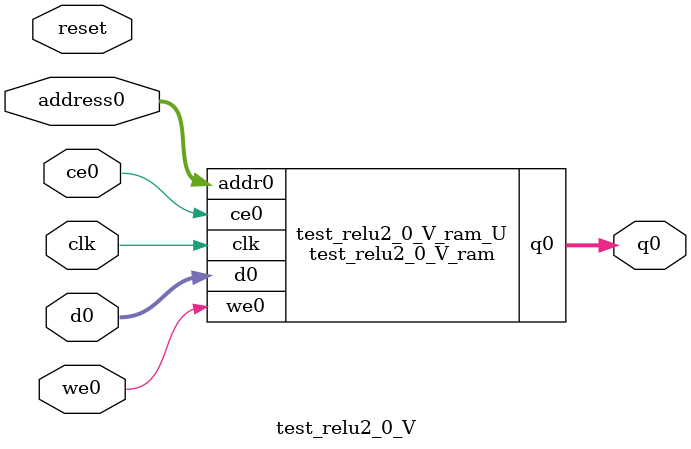
<source format=v>
`timescale 1 ns / 1 ps
module test_relu2_0_V_ram (addr0, ce0, d0, we0, q0,  clk);

parameter DWIDTH = 4;
parameter AWIDTH = 19;
parameter MEM_SIZE = 409600;

input[AWIDTH-1:0] addr0;
input ce0;
input[DWIDTH-1:0] d0;
input we0;
output reg[DWIDTH-1:0] q0;
input clk;

(* ram_style = "block" *)reg [DWIDTH-1:0] ram[0:MEM_SIZE-1];




always @(posedge clk)  
begin 
    if (ce0) begin
        if (we0) 
            ram[addr0] <= d0; 
        q0 <= ram[addr0];
    end
end


endmodule

`timescale 1 ns / 1 ps
module test_relu2_0_V(
    reset,
    clk,
    address0,
    ce0,
    we0,
    d0,
    q0);

parameter DataWidth = 32'd4;
parameter AddressRange = 32'd409600;
parameter AddressWidth = 32'd19;
input reset;
input clk;
input[AddressWidth - 1:0] address0;
input ce0;
input we0;
input[DataWidth - 1:0] d0;
output[DataWidth - 1:0] q0;



test_relu2_0_V_ram test_relu2_0_V_ram_U(
    .clk( clk ),
    .addr0( address0 ),
    .ce0( ce0 ),
    .we0( we0 ),
    .d0( d0 ),
    .q0( q0 ));

endmodule


</source>
